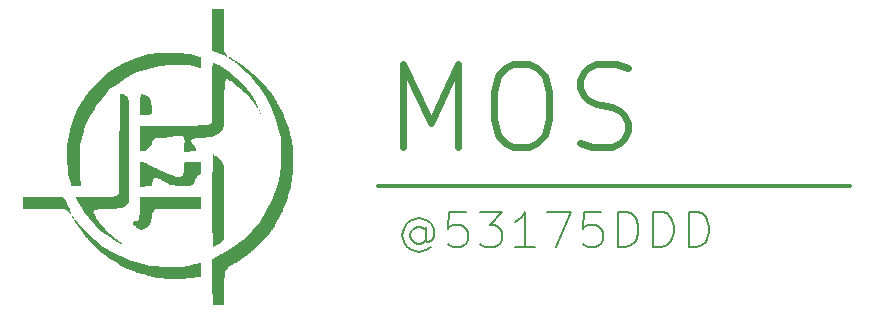
<source format=gbr>
%TF.GenerationSoftware,KiCad,Pcbnew,7.0.2*%
%TF.CreationDate,2023-09-15T20:55:41+09:00*%
%TF.ProjectId,namePlatePCB,6e616d65-506c-4617-9465-5043422e6b69,rev?*%
%TF.SameCoordinates,Original*%
%TF.FileFunction,Legend,Top*%
%TF.FilePolarity,Positive*%
%FSLAX46Y46*%
G04 Gerber Fmt 4.6, Leading zero omitted, Abs format (unit mm)*
G04 Created by KiCad (PCBNEW 7.0.2) date 2023-09-15 20:55:41*
%MOMM*%
%LPD*%
G01*
G04 APERTURE LIST*
%ADD10C,0.200000*%
%ADD11C,0.600000*%
%ADD12C,0.300000*%
G04 APERTURE END LIST*
D10*
X144114063Y-81204285D02*
X143971206Y-81061428D01*
X143971206Y-81061428D02*
X143685492Y-80918571D01*
X143685492Y-80918571D02*
X143399777Y-80918571D01*
X143399777Y-80918571D02*
X143114063Y-81061428D01*
X143114063Y-81061428D02*
X142971206Y-81204285D01*
X142971206Y-81204285D02*
X142828349Y-81490000D01*
X142828349Y-81490000D02*
X142828349Y-81775714D01*
X142828349Y-81775714D02*
X142971206Y-82061428D01*
X142971206Y-82061428D02*
X143114063Y-82204285D01*
X143114063Y-82204285D02*
X143399777Y-82347142D01*
X143399777Y-82347142D02*
X143685492Y-82347142D01*
X143685492Y-82347142D02*
X143971206Y-82204285D01*
X143971206Y-82204285D02*
X144114063Y-82061428D01*
X144114063Y-80918571D02*
X144114063Y-82061428D01*
X144114063Y-82061428D02*
X144256920Y-82204285D01*
X144256920Y-82204285D02*
X144399777Y-82204285D01*
X144399777Y-82204285D02*
X144685492Y-82061428D01*
X144685492Y-82061428D02*
X144828349Y-81775714D01*
X144828349Y-81775714D02*
X144828349Y-81061428D01*
X144828349Y-81061428D02*
X144542635Y-80632857D01*
X144542635Y-80632857D02*
X144114063Y-80347142D01*
X144114063Y-80347142D02*
X143542635Y-80204285D01*
X143542635Y-80204285D02*
X142971206Y-80347142D01*
X142971206Y-80347142D02*
X142542635Y-80632857D01*
X142542635Y-80632857D02*
X142256920Y-81061428D01*
X142256920Y-81061428D02*
X142114063Y-81632857D01*
X142114063Y-81632857D02*
X142256920Y-82204285D01*
X142256920Y-82204285D02*
X142542635Y-82632857D01*
X142542635Y-82632857D02*
X142971206Y-82918571D01*
X142971206Y-82918571D02*
X143542635Y-83061428D01*
X143542635Y-83061428D02*
X144114063Y-82918571D01*
X144114063Y-82918571D02*
X144542635Y-82632857D01*
X147542635Y-79632857D02*
X146114063Y-79632857D01*
X146114063Y-79632857D02*
X145971206Y-81061428D01*
X145971206Y-81061428D02*
X146114063Y-80918571D01*
X146114063Y-80918571D02*
X146399778Y-80775714D01*
X146399778Y-80775714D02*
X147114063Y-80775714D01*
X147114063Y-80775714D02*
X147399778Y-80918571D01*
X147399778Y-80918571D02*
X147542635Y-81061428D01*
X147542635Y-81061428D02*
X147685492Y-81347142D01*
X147685492Y-81347142D02*
X147685492Y-82061428D01*
X147685492Y-82061428D02*
X147542635Y-82347142D01*
X147542635Y-82347142D02*
X147399778Y-82490000D01*
X147399778Y-82490000D02*
X147114063Y-82632857D01*
X147114063Y-82632857D02*
X146399778Y-82632857D01*
X146399778Y-82632857D02*
X146114063Y-82490000D01*
X146114063Y-82490000D02*
X145971206Y-82347142D01*
X148685492Y-79632857D02*
X150542635Y-79632857D01*
X150542635Y-79632857D02*
X149542635Y-80775714D01*
X149542635Y-80775714D02*
X149971206Y-80775714D01*
X149971206Y-80775714D02*
X150256921Y-80918571D01*
X150256921Y-80918571D02*
X150399778Y-81061428D01*
X150399778Y-81061428D02*
X150542635Y-81347142D01*
X150542635Y-81347142D02*
X150542635Y-82061428D01*
X150542635Y-82061428D02*
X150399778Y-82347142D01*
X150399778Y-82347142D02*
X150256921Y-82490000D01*
X150256921Y-82490000D02*
X149971206Y-82632857D01*
X149971206Y-82632857D02*
X149114063Y-82632857D01*
X149114063Y-82632857D02*
X148828349Y-82490000D01*
X148828349Y-82490000D02*
X148685492Y-82347142D01*
X153399778Y-82632857D02*
X151685492Y-82632857D01*
X152542635Y-82632857D02*
X152542635Y-79632857D01*
X152542635Y-79632857D02*
X152256921Y-80061428D01*
X152256921Y-80061428D02*
X151971206Y-80347142D01*
X151971206Y-80347142D02*
X151685492Y-80490000D01*
X154399778Y-79632857D02*
X156399778Y-79632857D01*
X156399778Y-79632857D02*
X155114064Y-82632857D01*
X158971207Y-79632857D02*
X157542635Y-79632857D01*
X157542635Y-79632857D02*
X157399778Y-81061428D01*
X157399778Y-81061428D02*
X157542635Y-80918571D01*
X157542635Y-80918571D02*
X157828350Y-80775714D01*
X157828350Y-80775714D02*
X158542635Y-80775714D01*
X158542635Y-80775714D02*
X158828350Y-80918571D01*
X158828350Y-80918571D02*
X158971207Y-81061428D01*
X158971207Y-81061428D02*
X159114064Y-81347142D01*
X159114064Y-81347142D02*
X159114064Y-82061428D01*
X159114064Y-82061428D02*
X158971207Y-82347142D01*
X158971207Y-82347142D02*
X158828350Y-82490000D01*
X158828350Y-82490000D02*
X158542635Y-82632857D01*
X158542635Y-82632857D02*
X157828350Y-82632857D01*
X157828350Y-82632857D02*
X157542635Y-82490000D01*
X157542635Y-82490000D02*
X157399778Y-82347142D01*
X160399778Y-82632857D02*
X160399778Y-79632857D01*
X160399778Y-79632857D02*
X161114064Y-79632857D01*
X161114064Y-79632857D02*
X161542635Y-79775714D01*
X161542635Y-79775714D02*
X161828350Y-80061428D01*
X161828350Y-80061428D02*
X161971207Y-80347142D01*
X161971207Y-80347142D02*
X162114064Y-80918571D01*
X162114064Y-80918571D02*
X162114064Y-81347142D01*
X162114064Y-81347142D02*
X161971207Y-81918571D01*
X161971207Y-81918571D02*
X161828350Y-82204285D01*
X161828350Y-82204285D02*
X161542635Y-82490000D01*
X161542635Y-82490000D02*
X161114064Y-82632857D01*
X161114064Y-82632857D02*
X160399778Y-82632857D01*
X163399778Y-82632857D02*
X163399778Y-79632857D01*
X163399778Y-79632857D02*
X164114064Y-79632857D01*
X164114064Y-79632857D02*
X164542635Y-79775714D01*
X164542635Y-79775714D02*
X164828350Y-80061428D01*
X164828350Y-80061428D02*
X164971207Y-80347142D01*
X164971207Y-80347142D02*
X165114064Y-80918571D01*
X165114064Y-80918571D02*
X165114064Y-81347142D01*
X165114064Y-81347142D02*
X164971207Y-81918571D01*
X164971207Y-81918571D02*
X164828350Y-82204285D01*
X164828350Y-82204285D02*
X164542635Y-82490000D01*
X164542635Y-82490000D02*
X164114064Y-82632857D01*
X164114064Y-82632857D02*
X163399778Y-82632857D01*
X166399778Y-82632857D02*
X166399778Y-79632857D01*
X166399778Y-79632857D02*
X167114064Y-79632857D01*
X167114064Y-79632857D02*
X167542635Y-79775714D01*
X167542635Y-79775714D02*
X167828350Y-80061428D01*
X167828350Y-80061428D02*
X167971207Y-80347142D01*
X167971207Y-80347142D02*
X168114064Y-80918571D01*
X168114064Y-80918571D02*
X168114064Y-81347142D01*
X168114064Y-81347142D02*
X167971207Y-81918571D01*
X167971207Y-81918571D02*
X167828350Y-82204285D01*
X167828350Y-82204285D02*
X167542635Y-82490000D01*
X167542635Y-82490000D02*
X167114064Y-82632857D01*
X167114064Y-82632857D02*
X166399778Y-82632857D01*
D11*
X142209301Y-74143334D02*
X142209301Y-67143334D01*
X142209301Y-67143334D02*
X144542635Y-72143334D01*
X144542635Y-72143334D02*
X146875968Y-67143334D01*
X146875968Y-67143334D02*
X146875968Y-74143334D01*
X151542635Y-67143334D02*
X152875968Y-67143334D01*
X152875968Y-67143334D02*
X153542635Y-67476667D01*
X153542635Y-67476667D02*
X154209301Y-68143334D01*
X154209301Y-68143334D02*
X154542635Y-69476667D01*
X154542635Y-69476667D02*
X154542635Y-71810001D01*
X154542635Y-71810001D02*
X154209301Y-73143334D01*
X154209301Y-73143334D02*
X153542635Y-73810001D01*
X153542635Y-73810001D02*
X152875968Y-74143334D01*
X152875968Y-74143334D02*
X151542635Y-74143334D01*
X151542635Y-74143334D02*
X150875968Y-73810001D01*
X150875968Y-73810001D02*
X150209301Y-73143334D01*
X150209301Y-73143334D02*
X149875968Y-71810001D01*
X149875968Y-71810001D02*
X149875968Y-69476667D01*
X149875968Y-69476667D02*
X150209301Y-68143334D01*
X150209301Y-68143334D02*
X150875968Y-67476667D01*
X150875968Y-67476667D02*
X151542635Y-67143334D01*
X157209301Y-73810001D02*
X158209301Y-74143334D01*
X158209301Y-74143334D02*
X159875968Y-74143334D01*
X159875968Y-74143334D02*
X160542634Y-73810001D01*
X160542634Y-73810001D02*
X160875968Y-73476667D01*
X160875968Y-73476667D02*
X161209301Y-72810001D01*
X161209301Y-72810001D02*
X161209301Y-72143334D01*
X161209301Y-72143334D02*
X160875968Y-71476667D01*
X160875968Y-71476667D02*
X160542634Y-71143334D01*
X160542634Y-71143334D02*
X159875968Y-70810001D01*
X159875968Y-70810001D02*
X158542634Y-70476667D01*
X158542634Y-70476667D02*
X157875968Y-70143334D01*
X157875968Y-70143334D02*
X157542634Y-69810001D01*
X157542634Y-69810001D02*
X157209301Y-69143334D01*
X157209301Y-69143334D02*
X157209301Y-68476667D01*
X157209301Y-68476667D02*
X157542634Y-67810001D01*
X157542634Y-67810001D02*
X157875968Y-67476667D01*
X157875968Y-67476667D02*
X158542634Y-67143334D01*
X158542634Y-67143334D02*
X160209301Y-67143334D01*
X160209301Y-67143334D02*
X161209301Y-67476667D01*
D12*
X140042635Y-77500000D02*
X180042635Y-77500000D01*
%TO.C,G\u002A\u002A\u002A*%
G36*
X127066995Y-64261959D02*
G01*
X127066995Y-66036234D01*
X127223399Y-66266708D01*
X127317885Y-66411769D01*
X127373529Y-66508462D01*
X127379803Y-66525684D01*
X127340506Y-66555676D01*
X127255805Y-66520318D01*
X127198375Y-66467884D01*
X127087524Y-66393453D01*
X126939421Y-66344116D01*
X126778031Y-66296981D01*
X126561450Y-66215426D01*
X126409051Y-66149739D01*
X126066010Y-65992829D01*
X126066010Y-64240257D01*
X126066010Y-62487685D01*
X126566502Y-62487685D01*
X127066995Y-62487685D01*
X127066995Y-64261959D01*
G37*
G36*
X130048822Y-70980418D02*
G01*
X130057085Y-71108504D01*
X130048822Y-71136822D01*
X130025988Y-71144682D01*
X130017267Y-71058620D01*
X130027099Y-70969806D01*
X130048822Y-70980418D01*
G37*
G36*
X130174220Y-71267159D02*
G01*
X130181707Y-71341405D01*
X130174220Y-71350574D01*
X130137027Y-71341987D01*
X130132512Y-71308867D01*
X130155402Y-71257371D01*
X130174220Y-71267159D01*
G37*
G36*
X120263849Y-69721243D02*
G01*
X120431185Y-69791397D01*
X120549521Y-69873064D01*
X120663281Y-69962131D01*
X120737529Y-69995074D01*
X120793633Y-70053106D01*
X120849359Y-70209343D01*
X120898660Y-70436996D01*
X120935489Y-70709274D01*
X120952092Y-70945756D01*
X120956893Y-71162588D01*
X120936303Y-71302935D01*
X120868608Y-71383506D01*
X120732096Y-71421010D01*
X120505052Y-71432155D01*
X120318739Y-71433136D01*
X119920482Y-71433990D01*
X119945060Y-70592931D01*
X119956983Y-70280485D01*
X119972410Y-70014350D01*
X119989537Y-69818863D01*
X120006563Y-69718360D01*
X120010394Y-69711116D01*
X120107865Y-69689761D01*
X120263849Y-69721243D01*
G37*
G36*
X126204317Y-67023130D02*
G01*
X126366582Y-67089617D01*
X126568186Y-67192343D01*
X126582334Y-67200214D01*
X127352130Y-67694259D01*
X128074365Y-68282670D01*
X128729727Y-68945997D01*
X129298902Y-69664795D01*
X129743221Y-70383225D01*
X129866885Y-70628317D01*
X129938031Y-70799031D01*
X129956389Y-70887011D01*
X129921692Y-70883898D01*
X129833672Y-70781336D01*
X129752230Y-70664179D01*
X129612729Y-70472366D01*
X129467267Y-70300117D01*
X129416569Y-70248622D01*
X129309002Y-70130912D01*
X129257427Y-70041731D01*
X129256650Y-70034726D01*
X129213362Y-69959837D01*
X129105363Y-69837947D01*
X128965453Y-69700461D01*
X128826429Y-69578787D01*
X128721090Y-69504331D01*
X128692566Y-69494581D01*
X128633327Y-69443038D01*
X128599753Y-69369458D01*
X128544069Y-69268365D01*
X128502833Y-69244335D01*
X128426664Y-69205038D01*
X128298346Y-69105317D01*
X128225904Y-69041010D01*
X127972971Y-68817707D01*
X127765873Y-68656426D01*
X127620245Y-68568781D01*
X127573233Y-68556157D01*
X127507863Y-68516894D01*
X127504926Y-68500892D01*
X127452814Y-68442646D01*
X127378353Y-68412528D01*
X127301619Y-68405543D01*
X127238866Y-68435945D01*
X127188512Y-68514674D01*
X127148976Y-68652670D01*
X127118674Y-68860872D01*
X127096024Y-69150220D01*
X127079444Y-69531654D01*
X127067352Y-70016113D01*
X127058166Y-70614537D01*
X127058006Y-70627328D01*
X127050859Y-71159688D01*
X127043456Y-71581855D01*
X127034722Y-71908753D01*
X127023581Y-72155309D01*
X127008959Y-72336449D01*
X126989781Y-72467099D01*
X126964971Y-72562185D01*
X126933456Y-72636634D01*
X126910289Y-72678617D01*
X126796410Y-72836294D01*
X126677928Y-72949175D01*
X126660345Y-72960144D01*
X126548240Y-73028246D01*
X126503941Y-73062036D01*
X126380159Y-73167242D01*
X126225002Y-73244779D01*
X126016008Y-73300288D01*
X125730716Y-73339407D01*
X125346664Y-73367778D01*
X125269628Y-73371954D01*
X124901695Y-73394737D01*
X124640425Y-73420405D01*
X124467357Y-73451794D01*
X124364031Y-73491738D01*
X124332698Y-73515859D01*
X124271108Y-73595401D01*
X124281816Y-73675534D01*
X124351553Y-73784344D01*
X124483487Y-73986241D01*
X124596082Y-74185934D01*
X124669411Y-74346062D01*
X124686650Y-74412591D01*
X124631154Y-74456083D01*
X124481806Y-74498236D01*
X124269807Y-74533450D01*
X124026356Y-74556123D01*
X123857040Y-74561525D01*
X123681321Y-74562069D01*
X123698807Y-73975146D01*
X123701310Y-73652744D01*
X123684972Y-73437016D01*
X123648126Y-73310695D01*
X123632260Y-73286968D01*
X123510878Y-73222272D01*
X123304847Y-73189664D01*
X123050525Y-73189395D01*
X122784267Y-73221718D01*
X122562561Y-73279556D01*
X122340988Y-73330843D01*
X122038865Y-73363715D01*
X121749056Y-73373399D01*
X121454245Y-73378784D01*
X121256182Y-73406311D01*
X121126593Y-73473035D01*
X121037207Y-73596011D01*
X120959752Y-73792297D01*
X120935960Y-73863912D01*
X120816852Y-74111174D01*
X120624273Y-74296759D01*
X120591872Y-74319226D01*
X120358595Y-74453892D01*
X120160232Y-74526444D01*
X120019236Y-74531032D01*
X119963269Y-74483002D01*
X119953688Y-74395269D01*
X119947400Y-74205335D01*
X119944699Y-73936087D01*
X119945878Y-73610411D01*
X119949002Y-73370997D01*
X119966256Y-72341133D01*
X122815382Y-72341133D01*
X123523541Y-72341369D01*
X124116944Y-72340855D01*
X124605953Y-72337758D01*
X125000931Y-72330244D01*
X125312241Y-72316479D01*
X125550244Y-72294631D01*
X125725303Y-72262865D01*
X125847781Y-72219348D01*
X125928039Y-72162247D01*
X125976441Y-72089728D01*
X126003349Y-71999958D01*
X126019125Y-71891103D01*
X126032799Y-71771858D01*
X126042826Y-71624831D01*
X126050958Y-71370090D01*
X126057020Y-71025032D01*
X126060839Y-70607055D01*
X126062239Y-70133557D01*
X126061047Y-69621934D01*
X126058344Y-69223364D01*
X126054002Y-68609479D01*
X126052915Y-68111103D01*
X126055330Y-67718657D01*
X126061493Y-67422563D01*
X126071651Y-67213242D01*
X126086051Y-67081117D01*
X126104938Y-67016609D01*
X126115372Y-67006945D01*
X126204317Y-67023130D01*
G37*
G36*
X123938916Y-75405537D02*
G01*
X124074333Y-75414231D01*
X124292858Y-75422526D01*
X124552480Y-75428904D01*
X124613983Y-75429946D01*
X125132646Y-75437931D01*
X125114476Y-75954064D01*
X125102599Y-76209464D01*
X125084342Y-76365442D01*
X125052633Y-76447695D01*
X125000400Y-76481922D01*
X124967376Y-76488638D01*
X124840196Y-76560432D01*
X124717892Y-76714223D01*
X124629058Y-76909155D01*
X124606959Y-77003636D01*
X124543150Y-77152817D01*
X124476967Y-77224082D01*
X124392041Y-77309556D01*
X124374567Y-77356002D01*
X124321478Y-77398040D01*
X124168785Y-77432629D01*
X123941888Y-77457675D01*
X123666191Y-77471080D01*
X123367098Y-77470749D01*
X123125901Y-77459030D01*
X122743210Y-77413190D01*
X122478566Y-77340504D01*
X122406443Y-77304052D01*
X122245965Y-77213247D01*
X122114095Y-77152010D01*
X122108990Y-77150201D01*
X122016681Y-77092773D01*
X121999507Y-77057235D01*
X121949917Y-77005911D01*
X121920807Y-77001970D01*
X121824730Y-76974195D01*
X121662097Y-76902827D01*
X121537361Y-76839741D01*
X121232614Y-76677512D01*
X121101349Y-76808776D01*
X120992208Y-77001273D01*
X120970085Y-77184994D01*
X120959637Y-77347036D01*
X120910298Y-77426393D01*
X120795075Y-77464937D01*
X120788798Y-77466206D01*
X120619139Y-77487385D01*
X120391699Y-77500445D01*
X120271244Y-77502463D01*
X119934975Y-77502463D01*
X119934975Y-76470197D01*
X119934975Y-75437931D01*
X120114574Y-75437931D01*
X120224801Y-75465635D01*
X120429065Y-75543828D01*
X120710465Y-75665132D01*
X121052099Y-75822169D01*
X121437067Y-76007561D01*
X121569131Y-76072906D01*
X122001465Y-76286259D01*
X122339724Y-76447818D01*
X122600430Y-76564302D01*
X122800107Y-76642430D01*
X122955279Y-76688920D01*
X123082467Y-76710491D01*
X123146229Y-76714163D01*
X123353555Y-76702370D01*
X123492269Y-76643871D01*
X123575308Y-76519324D01*
X123615609Y-76309387D01*
X123626108Y-75996688D01*
X123635394Y-75709966D01*
X123670079Y-75528094D01*
X123740403Y-75431722D01*
X123856604Y-75401498D01*
X123938916Y-75405537D01*
G37*
G36*
X122406157Y-66211155D02*
G01*
X122902251Y-66213190D01*
X123292892Y-66219271D01*
X123597716Y-66230587D01*
X123836363Y-66248328D01*
X124028468Y-66273682D01*
X124193670Y-66307838D01*
X124251724Y-66322895D01*
X124504502Y-66391521D01*
X124746086Y-66456819D01*
X124892980Y-66496294D01*
X125127586Y-66559010D01*
X125127586Y-66926851D01*
X125119406Y-67207240D01*
X125091648Y-67377182D01*
X125039483Y-67450477D01*
X124958083Y-67440930D01*
X124949288Y-67436546D01*
X124747768Y-67364238D01*
X124448147Y-67299169D01*
X124077393Y-67244896D01*
X123662473Y-67204981D01*
X123230357Y-67182981D01*
X123004077Y-67179803D01*
X122346410Y-67210157D01*
X121665912Y-67296823D01*
X120985146Y-67433201D01*
X120326675Y-67612694D01*
X119713062Y-67828704D01*
X119166869Y-68074633D01*
X118710659Y-68343883D01*
X118514340Y-68492715D01*
X118428719Y-68549292D01*
X118405556Y-68556157D01*
X118343214Y-68591347D01*
X118209262Y-68684247D01*
X118030937Y-68815858D01*
X118003960Y-68836307D01*
X117797411Y-68984831D01*
X117606263Y-69107732D01*
X117471030Y-69179006D01*
X117468462Y-69179998D01*
X117323739Y-69284056D01*
X117211592Y-69447189D01*
X117211560Y-69447262D01*
X117080837Y-69693244D01*
X116934070Y-69852859D01*
X116822537Y-69924494D01*
X116715266Y-70013002D01*
X116681773Y-70088008D01*
X116633741Y-70195639D01*
X116596276Y-70226571D01*
X116519462Y-70304041D01*
X116396350Y-70463187D01*
X116244466Y-70678061D01*
X116081338Y-70922718D01*
X115924492Y-71171213D01*
X115791454Y-71397599D01*
X115737729Y-71497529D01*
X115647855Y-71665028D01*
X115578353Y-71781100D01*
X115556537Y-71809359D01*
X115514004Y-71884455D01*
X115457202Y-72029014D01*
X115446807Y-72059606D01*
X115391034Y-72223134D01*
X115308650Y-72459087D01*
X115215490Y-72722185D01*
X115195175Y-72779064D01*
X115078452Y-73120159D01*
X114989670Y-73423759D01*
X114925153Y-73716444D01*
X114881227Y-74024792D01*
X114854217Y-74375384D01*
X114840447Y-74794799D01*
X114836243Y-75309615D01*
X114836207Y-75375369D01*
X114839398Y-75874879D01*
X114848542Y-76309732D01*
X114862994Y-76667710D01*
X114882109Y-76936593D01*
X114905244Y-77104159D01*
X114930238Y-77158374D01*
X114947292Y-77210685D01*
X114964530Y-77292220D01*
X114948074Y-77409838D01*
X114850399Y-77463410D01*
X114663564Y-77494070D01*
X114456943Y-77500251D01*
X114274025Y-77483884D01*
X114158304Y-77446902D01*
X114143140Y-77431990D01*
X114108671Y-77343506D01*
X114052448Y-77164810D01*
X113983946Y-76926853D01*
X113946821Y-76790733D01*
X113871601Y-76426061D01*
X113812077Y-75972008D01*
X113769887Y-75463523D01*
X113746673Y-74935556D01*
X113744074Y-74423058D01*
X113763729Y-73960977D01*
X113798818Y-73636180D01*
X113986247Y-72696730D01*
X114255538Y-71828637D01*
X114619150Y-70999148D01*
X115089542Y-70175509D01*
X115152707Y-70077125D01*
X115343673Y-69788211D01*
X115509542Y-69553891D01*
X115674003Y-69345858D01*
X115860744Y-69135802D01*
X116093450Y-68895412D01*
X116373000Y-68618719D01*
X117071249Y-67995960D01*
X117801026Y-67470765D01*
X118582684Y-67031782D01*
X119436576Y-66667658D01*
X120383056Y-66367042D01*
X120435468Y-66352859D01*
X120619907Y-66306100D01*
X120792859Y-66270768D01*
X120975940Y-66245309D01*
X121190766Y-66228170D01*
X121458954Y-66217794D01*
X121802121Y-66212629D01*
X122241882Y-66211120D01*
X122406157Y-66211155D01*
G37*
G36*
X112280381Y-78379754D02*
G01*
X112714603Y-78384349D01*
X113045096Y-78392574D01*
X113282543Y-78404888D01*
X113437628Y-78421756D01*
X113521032Y-78443640D01*
X113539128Y-78456527D01*
X113590193Y-78545259D01*
X113670360Y-78712321D01*
X113767800Y-78929693D01*
X113870683Y-79169355D01*
X113967180Y-79403288D01*
X114045461Y-79603472D01*
X114093696Y-79741886D01*
X114102161Y-79790121D01*
X114045665Y-79768977D01*
X113937758Y-79687188D01*
X113922964Y-79674277D01*
X113825082Y-79589897D01*
X113733304Y-79523372D01*
X113631928Y-79472577D01*
X113505249Y-79435392D01*
X113337566Y-79409694D01*
X113113174Y-79393362D01*
X112816370Y-79384272D01*
X112431451Y-79380304D01*
X111942715Y-79379334D01*
X111740258Y-79379310D01*
X109987685Y-79379310D01*
X109987685Y-78878818D01*
X109987685Y-78378325D01*
X111731748Y-78378325D01*
X112280381Y-78379754D01*
G37*
G36*
X125096305Y-78895549D02*
G01*
X125096305Y-79381493D01*
X123167091Y-79396042D01*
X121237878Y-79410591D01*
X121086919Y-79586124D01*
X120964749Y-79801719D01*
X120935960Y-79965779D01*
X120917578Y-80149510D01*
X120871078Y-80379092D01*
X120843576Y-80480993D01*
X120758017Y-80699505D01*
X120631464Y-80861556D01*
X120466377Y-80992840D01*
X120275173Y-81120062D01*
X120139345Y-81177148D01*
X120015454Y-81170719D01*
X119860061Y-81107395D01*
X119825492Y-81090515D01*
X119691630Y-81010901D01*
X119624123Y-80944078D01*
X119622167Y-80935535D01*
X119571534Y-80886612D01*
X119530526Y-80880788D01*
X119429012Y-80827033D01*
X119344293Y-80698889D01*
X119309359Y-80547775D01*
X119366354Y-80472251D01*
X119515081Y-80418226D01*
X119522039Y-80416883D01*
X119660428Y-80382331D01*
X119761271Y-80326021D01*
X119831437Y-80229236D01*
X119877797Y-80073254D01*
X119907221Y-79839357D01*
X119926578Y-79508826D01*
X119934975Y-79291711D01*
X119966256Y-78409606D01*
X122531281Y-78409606D01*
X125096305Y-78409606D01*
X125096305Y-78895549D01*
G37*
G36*
X118360776Y-69646491D02*
G01*
X118539460Y-69706891D01*
X118725690Y-69805344D01*
X118875708Y-69920197D01*
X118932135Y-69991608D01*
X118946492Y-70082447D01*
X118959076Y-70297260D01*
X118969871Y-70634912D01*
X118978860Y-71094267D01*
X118986028Y-71674187D01*
X118991357Y-72373538D01*
X118994831Y-73191183D01*
X118996435Y-74125985D01*
X118996551Y-74481452D01*
X118996551Y-78850932D01*
X118816464Y-79048102D01*
X118695330Y-79160047D01*
X118550899Y-79245028D01*
X118364232Y-79307124D01*
X118116390Y-79350408D01*
X117788435Y-79378958D01*
X117361427Y-79396849D01*
X117173958Y-79401596D01*
X116757551Y-79413228D01*
X116450370Y-79428925D01*
X116236524Y-79451718D01*
X116100120Y-79484636D01*
X116025267Y-79530710D01*
X115996072Y-79592968D01*
X115993596Y-79626638D01*
X116020527Y-79748311D01*
X116085572Y-79917953D01*
X116165109Y-80081865D01*
X116235515Y-80186348D01*
X116242568Y-80192611D01*
X116304551Y-80263295D01*
X116379746Y-80366460D01*
X116476325Y-80490789D01*
X116622482Y-80660777D01*
X116735849Y-80785076D01*
X116873564Y-80942238D01*
X116967411Y-81068911D01*
X116994581Y-81127359D01*
X117029132Y-81192811D01*
X117041502Y-81195723D01*
X117107284Y-81236148D01*
X117237774Y-81340933D01*
X117406558Y-81488692D01*
X117432512Y-81512296D01*
X117662462Y-81710608D01*
X117915210Y-81910813D01*
X118105001Y-82047993D01*
X118269264Y-82170194D01*
X118374702Y-82271337D01*
X118398476Y-82325756D01*
X118355826Y-82377681D01*
X118351603Y-82378639D01*
X118294940Y-82349538D01*
X118157616Y-82276612D01*
X117969061Y-82175496D01*
X117964285Y-82172925D01*
X117357186Y-81795958D01*
X116744779Y-81322597D01*
X116153924Y-80777363D01*
X115611481Y-80184780D01*
X115198331Y-79647647D01*
X115003343Y-79356858D01*
X114828480Y-79073173D01*
X114684582Y-78816757D01*
X114582492Y-78607772D01*
X114533049Y-78466382D01*
X114536725Y-78417133D01*
X114607264Y-78406738D01*
X114786048Y-78397394D01*
X115056202Y-78389492D01*
X115400849Y-78383421D01*
X115803114Y-78379570D01*
X116216057Y-78378325D01*
X116714775Y-78377765D01*
X117103768Y-78375397D01*
X117398432Y-78370194D01*
X117614162Y-78361126D01*
X117766354Y-78347163D01*
X117870404Y-78327276D01*
X117941708Y-78300436D01*
X117995660Y-78265614D01*
X118004276Y-78258777D01*
X118151970Y-78139229D01*
X118186471Y-73895107D01*
X118192471Y-73178791D01*
X118198500Y-72500320D01*
X118204443Y-71869878D01*
X118210189Y-71297652D01*
X118215626Y-70793826D01*
X118220640Y-70368585D01*
X118225120Y-70032116D01*
X118228953Y-69794602D01*
X118232026Y-69666231D01*
X118233392Y-69645800D01*
X118360776Y-69646491D01*
G37*
G36*
X118683744Y-82476108D02*
G01*
X118652463Y-82507389D01*
X118621182Y-82476108D01*
X118652463Y-82444827D01*
X118683744Y-82476108D01*
G37*
G36*
X118808867Y-82538670D02*
G01*
X118777586Y-82569951D01*
X118746305Y-82538670D01*
X118777586Y-82507389D01*
X118808867Y-82538670D01*
G37*
G36*
X126208892Y-74796150D02*
G01*
X126221325Y-74824005D01*
X126297236Y-74896856D01*
X126352714Y-74895514D01*
X126429848Y-74901122D01*
X126441379Y-74930745D01*
X126487168Y-74996765D01*
X126506928Y-75000000D01*
X126597334Y-75046043D01*
X126715029Y-75155729D01*
X126821315Y-75286391D01*
X126877492Y-75395361D01*
X126879310Y-75410572D01*
X126929135Y-75501223D01*
X126957512Y-75516127D01*
X126975660Y-75547647D01*
X126990974Y-75634675D01*
X127003656Y-75785542D01*
X127013905Y-76008580D01*
X127021920Y-76312118D01*
X127027902Y-76704489D01*
X127032049Y-77194021D01*
X127034561Y-77789047D01*
X127035639Y-78497897D01*
X127035714Y-78779021D01*
X127035714Y-82015852D01*
X126816749Y-82195266D01*
X126611565Y-82348077D01*
X126409911Y-82472766D01*
X126238640Y-82555409D01*
X126124608Y-82582084D01*
X126096496Y-82568665D01*
X126090247Y-82497620D01*
X126084331Y-82312499D01*
X126078851Y-82024348D01*
X126073911Y-81644213D01*
X126069614Y-81183142D01*
X126066063Y-80652179D01*
X126063362Y-80062373D01*
X126061615Y-79424769D01*
X126060928Y-78769761D01*
X126061516Y-77912967D01*
X126063883Y-77174786D01*
X126068295Y-76548718D01*
X126075016Y-76028261D01*
X126084309Y-75606917D01*
X126096439Y-75278182D01*
X126111670Y-75035558D01*
X126130267Y-74872544D01*
X126152493Y-74782638D01*
X126178614Y-74759340D01*
X126208892Y-74796150D01*
G37*
G36*
X114293125Y-79994624D02*
G01*
X114304433Y-80064379D01*
X114341524Y-80190506D01*
X114384322Y-80236423D01*
X114465165Y-80311457D01*
X114588378Y-80451429D01*
X114681489Y-80567398D01*
X114882866Y-80807283D01*
X115147923Y-81093813D01*
X115452105Y-81403189D01*
X115770855Y-81711612D01*
X116079619Y-81995280D01*
X116353840Y-82230394D01*
X116556650Y-82384826D01*
X116714519Y-82498066D01*
X116835767Y-82594129D01*
X116855901Y-82612427D01*
X116958188Y-82684965D01*
X117150475Y-82798521D01*
X117409432Y-82941081D01*
X117711730Y-83100631D01*
X118034038Y-83265160D01*
X118353028Y-83422652D01*
X118645369Y-83561096D01*
X118887732Y-83668477D01*
X118975869Y-83704079D01*
X119232143Y-83794054D01*
X119563731Y-83898158D01*
X119924055Y-84002264D01*
X120206270Y-84077214D01*
X120517305Y-84152124D01*
X120789540Y-84206780D01*
X121057324Y-84245363D01*
X121355007Y-84272054D01*
X121716941Y-84291032D01*
X122062069Y-84303051D01*
X122778727Y-84309346D01*
X123408736Y-84278915D01*
X123986010Y-84208502D01*
X124544465Y-84094850D01*
X124732806Y-84046658D01*
X124919707Y-84004145D01*
X125052959Y-83987932D01*
X125092535Y-83994670D01*
X125110963Y-84073735D01*
X125120869Y-84240348D01*
X125122816Y-84457265D01*
X125117367Y-84687241D01*
X125105082Y-84893033D01*
X125086525Y-85037394D01*
X125076268Y-85072414D01*
X125005940Y-85156048D01*
X124971182Y-85168293D01*
X124881841Y-85179073D01*
X124706341Y-85205470D01*
X124481834Y-85241885D01*
X124470689Y-85243750D01*
X124280800Y-85267010D01*
X124005233Y-85289865D01*
X123672723Y-85311072D01*
X123312000Y-85329391D01*
X122951796Y-85343577D01*
X122620843Y-85352390D01*
X122347874Y-85354586D01*
X122161621Y-85348923D01*
X122124630Y-85345194D01*
X121753183Y-85288172D01*
X121368524Y-85219261D01*
X121003966Y-85145273D01*
X120692825Y-85073018D01*
X120468415Y-85009311D01*
X120448761Y-85002516D01*
X120241732Y-84936423D01*
X120066762Y-84893686D01*
X119994508Y-84884729D01*
X119863398Y-84859782D01*
X119679781Y-84797053D01*
X119605845Y-84765859D01*
X119386319Y-84673719D01*
X119169819Y-84592230D01*
X119122193Y-84576157D01*
X118936139Y-84498714D01*
X118673988Y-84366992D01*
X118363263Y-84196847D01*
X118031483Y-84004137D01*
X117706171Y-83804720D01*
X117414846Y-83614452D01*
X117244827Y-83494424D01*
X117005444Y-83309746D01*
X116738459Y-83091005D01*
X116460720Y-82853524D01*
X116189072Y-82612629D01*
X115940359Y-82383643D01*
X115731429Y-82181891D01*
X115579125Y-82022698D01*
X115500295Y-81921387D01*
X115493103Y-81900884D01*
X115446076Y-81831294D01*
X115367980Y-81771169D01*
X115269385Y-81673568D01*
X115242857Y-81599716D01*
X115208909Y-81516802D01*
X115180295Y-81506404D01*
X115120001Y-81458417D01*
X115117734Y-81440998D01*
X115078419Y-81353723D01*
X114983176Y-81231746D01*
X114976970Y-81225045D01*
X114815006Y-81046288D01*
X114724070Y-80927432D01*
X114685552Y-80841083D01*
X114679803Y-80787623D01*
X114629487Y-80680460D01*
X114588342Y-80654079D01*
X114497347Y-80570536D01*
X114454613Y-80483999D01*
X114383934Y-80333166D01*
X114295827Y-80199814D01*
X114196560Y-80044692D01*
X114192761Y-79958595D01*
X114241872Y-79942364D01*
X114293125Y-79994624D01*
G37*
G36*
X127541847Y-66578010D02*
G01*
X127696053Y-66643932D01*
X127900563Y-66761077D01*
X128131052Y-66916769D01*
X128167507Y-66943513D01*
X128343438Y-67066804D01*
X128484062Y-67152297D01*
X128551901Y-67179803D01*
X128635192Y-67219356D01*
X128764266Y-67318372D01*
X128812103Y-67361307D01*
X128930007Y-67465339D01*
X128998985Y-67514391D01*
X129006404Y-67513242D01*
X129042601Y-67524390D01*
X129091032Y-67566344D01*
X129178059Y-67646321D01*
X129329125Y-67780605D01*
X129513448Y-67941867D01*
X129536442Y-67961822D01*
X130155418Y-68547086D01*
X130669664Y-69136386D01*
X130802519Y-69294047D01*
X130912074Y-69401297D01*
X130964609Y-69432019D01*
X130999066Y-69458603D01*
X130989702Y-69471545D01*
X131004558Y-69536539D01*
X131084904Y-69661522D01*
X131166960Y-69764333D01*
X131288819Y-69916391D01*
X131367461Y-70033131D01*
X131383744Y-70073265D01*
X131416314Y-70153483D01*
X131499395Y-70296376D01*
X131560710Y-70390452D01*
X131695943Y-70616633D01*
X131818596Y-70863684D01*
X131847813Y-70933497D01*
X131927594Y-71118761D01*
X132001980Y-71261709D01*
X132027184Y-71298755D01*
X132087035Y-71402686D01*
X132165423Y-71578350D01*
X132214833Y-71705405D01*
X132309284Y-71961835D01*
X132414670Y-72246332D01*
X132461593Y-72372414D01*
X132519936Y-72532756D01*
X132566936Y-72676564D01*
X132609693Y-72831899D01*
X132655306Y-73026821D01*
X132710875Y-73289393D01*
X132780671Y-73633606D01*
X132867467Y-74207869D01*
X132916011Y-74851142D01*
X132927045Y-75528194D01*
X132901311Y-76203793D01*
X132839550Y-76842706D01*
X132742505Y-77409701D01*
X132697244Y-77596305D01*
X132586554Y-77986381D01*
X132463346Y-78380402D01*
X132338369Y-78746811D01*
X132222375Y-79054052D01*
X132128366Y-79266177D01*
X132053722Y-79426335D01*
X132012322Y-79542058D01*
X132009359Y-79561642D01*
X131979815Y-79639295D01*
X131900233Y-79798393D01*
X131784195Y-80012637D01*
X131696551Y-80167447D01*
X131564928Y-80398508D01*
X131460624Y-80586025D01*
X131396986Y-80705744D01*
X131383744Y-80735895D01*
X131349074Y-80805787D01*
X131266316Y-80928512D01*
X131167343Y-81060664D01*
X131084029Y-81158836D01*
X131055295Y-81183169D01*
X131011696Y-81255214D01*
X131008374Y-81287438D01*
X130976510Y-81378074D01*
X130957846Y-81391707D01*
X130899352Y-81443655D01*
X130774851Y-81571161D01*
X130601424Y-81756229D01*
X130396153Y-81980867D01*
X130350307Y-82031709D01*
X130118545Y-82282038D01*
X129891836Y-82514159D01*
X129695245Y-82703188D01*
X129553838Y-82824239D01*
X129546867Y-82829369D01*
X129414373Y-82931282D01*
X129346100Y-82995908D01*
X129345898Y-83007882D01*
X129329335Y-83039879D01*
X129234005Y-83123323D01*
X129084668Y-83239388D01*
X128906083Y-83369249D01*
X128723010Y-83494082D01*
X128621601Y-83558560D01*
X128472770Y-83662752D01*
X128376701Y-83754031D01*
X128363594Y-83775750D01*
X128290171Y-83844389D01*
X128143805Y-83920258D01*
X128093797Y-83939762D01*
X127918140Y-84016239D01*
X127786561Y-84095891D01*
X127768641Y-84111584D01*
X127659084Y-84183989D01*
X127606004Y-84196551D01*
X127500904Y-84245394D01*
X127367174Y-84368412D01*
X127236842Y-84530343D01*
X127141934Y-84695926D01*
X127133536Y-84716757D01*
X127111199Y-84839854D01*
X127092611Y-85070911D01*
X127078540Y-85392801D01*
X127069753Y-85788399D01*
X127066995Y-86202595D01*
X127066995Y-87512315D01*
X126575789Y-87512315D01*
X126084583Y-87512315D01*
X126050354Y-85619827D01*
X126043077Y-85143381D01*
X126038961Y-84706104D01*
X126037954Y-84324015D01*
X126040005Y-84013132D01*
X126045061Y-83789475D01*
X126053072Y-83669063D01*
X126056708Y-83654003D01*
X126124764Y-83600365D01*
X126283534Y-83503755D01*
X126511486Y-83376484D01*
X126787084Y-83230861D01*
X126880085Y-83183279D01*
X127799835Y-82648610D01*
X128635529Y-82021742D01*
X129385942Y-81304256D01*
X130049850Y-80497734D01*
X130626029Y-79603756D01*
X131113253Y-78623903D01*
X131510298Y-77559757D01*
X131676312Y-76990218D01*
X131730693Y-76780132D01*
X131772236Y-76596998D01*
X131802701Y-76419124D01*
X131823846Y-76224819D01*
X131837431Y-75992393D01*
X131845216Y-75700154D01*
X131848960Y-75326414D01*
X131850423Y-74849479D01*
X131850433Y-74843596D01*
X131852955Y-73342118D01*
X131646686Y-72569346D01*
X131552712Y-72230504D01*
X131453278Y-71893900D01*
X131360819Y-71600483D01*
X131293380Y-71405931D01*
X131092702Y-70925410D01*
X130844364Y-70412777D01*
X130567025Y-69901471D01*
X130279342Y-69424930D01*
X129999974Y-69016594D01*
X129860352Y-68837685D01*
X129708689Y-68652811D01*
X129577577Y-68489712D01*
X129507628Y-68399753D01*
X129400531Y-68276430D01*
X129224908Y-68094909D01*
X129006292Y-67879506D01*
X128770214Y-67654540D01*
X128542208Y-67444328D01*
X128347806Y-67273186D01*
X128212540Y-67165433D01*
X128209171Y-67163095D01*
X128079038Y-67055278D01*
X128009458Y-66962153D01*
X128005846Y-66945197D01*
X127960843Y-66872579D01*
X127934601Y-66866995D01*
X127844849Y-66839116D01*
X127713623Y-66771647D01*
X127580288Y-66688842D01*
X127484211Y-66614956D01*
X127462270Y-66575989D01*
X127541847Y-66578010D01*
G37*
%TD*%
M02*

</source>
